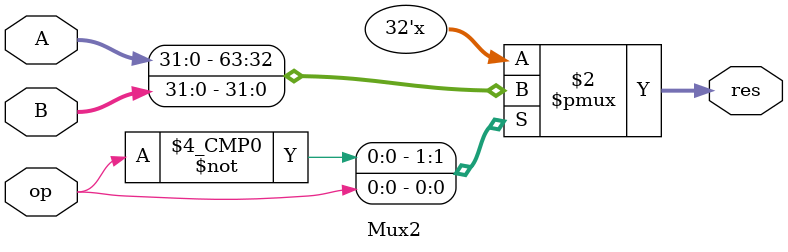
<source format=sv>
module Mux2(
    input logic op,
    input logic [31:0] A,
    input logic [31:0] B,
    output logic [31:0] res
  );
  
  always @(*) begin
      case(op)
        0: res <= A;
        1: res <= B;
      endcase
    end
  
  endmodule
</source>
